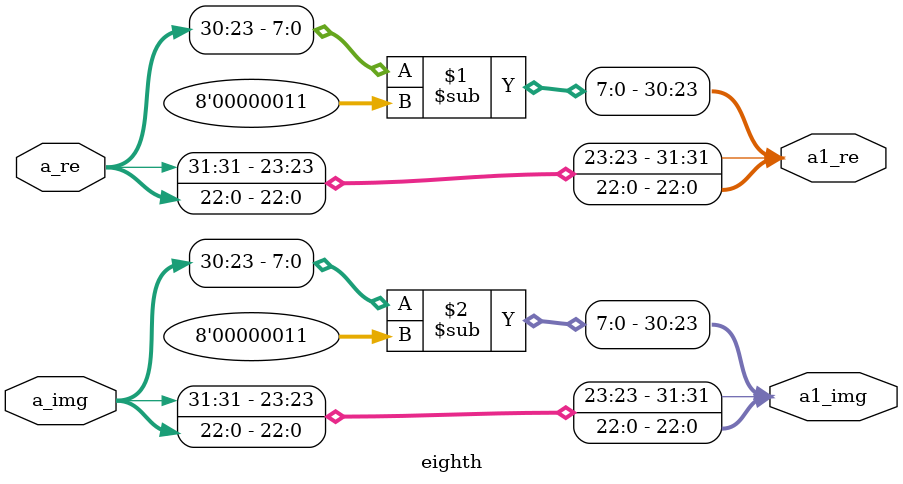
<source format=v>
`timescale 1ns / 1ps
module eighth(
    input [31:0] a_re,
    input [31:0] a_img,
    output [31:0] a1_re,
    output [31:0] a1_img
    );

assign a1_re[31]=a_re[31],a1_img[31]=a_img[31];
assign a1_re[30:23]=a_re[30:23]-8'b00000011,a1_img[30:23]=a_img[30:23]-8'b00000011;
assign a1_re[22:0]=a_re[22:0],a1_img[22:0]=a_img[22:0];
endmodule

</source>
